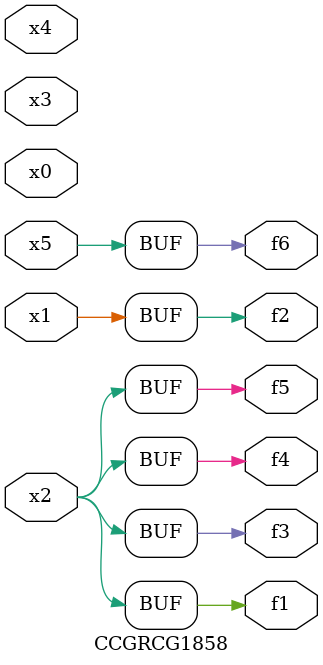
<source format=v>
module CCGRCG1858(
	input x0, x1, x2, x3, x4, x5,
	output f1, f2, f3, f4, f5, f6
);
	assign f1 = x2;
	assign f2 = x1;
	assign f3 = x2;
	assign f4 = x2;
	assign f5 = x2;
	assign f6 = x5;
endmodule

</source>
